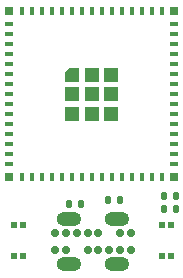
<source format=gbr>
%TF.GenerationSoftware,KiCad,Pcbnew,8.0.6*%
%TF.CreationDate,2024-10-29T18:21:17+01:00*%
%TF.ProjectId,openWifiDecoder,6f70656e-5769-4666-9944-65636f646572,rev?*%
%TF.SameCoordinates,Original*%
%TF.FileFunction,Soldermask,Top*%
%TF.FilePolarity,Negative*%
%FSLAX46Y46*%
G04 Gerber Fmt 4.6, Leading zero omitted, Abs format (unit mm)*
G04 Created by KiCad (PCBNEW 8.0.6) date 2024-10-29 18:21:17*
%MOMM*%
%LPD*%
G01*
G04 APERTURE LIST*
G04 Aperture macros list*
%AMRoundRect*
0 Rectangle with rounded corners*
0 $1 Rounding radius*
0 $2 $3 $4 $5 $6 $7 $8 $9 X,Y pos of 4 corners*
0 Add a 4 corners polygon primitive as box body*
4,1,4,$2,$3,$4,$5,$6,$7,$8,$9,$2,$3,0*
0 Add four circle primitives for the rounded corners*
1,1,$1+$1,$2,$3*
1,1,$1+$1,$4,$5*
1,1,$1+$1,$6,$7*
1,1,$1+$1,$8,$9*
0 Add four rect primitives between the rounded corners*
20,1,$1+$1,$2,$3,$4,$5,0*
20,1,$1+$1,$4,$5,$6,$7,0*
20,1,$1+$1,$6,$7,$8,$9,0*
20,1,$1+$1,$8,$9,$2,$3,0*%
%AMOutline5P*
0 Free polygon, 5 corners , with rotation*
0 The origin of the aperture is its center*
0 number of corners: always 5*
0 $1 to $10 corner X, Y*
0 $11 Rotation angle, in degrees counterclockwise*
0 create outline with 5 corners*
4,1,5,$1,$2,$3,$4,$5,$6,$7,$8,$9,$10,$1,$2,$11*%
%AMOutline6P*
0 Free polygon, 6 corners , with rotation*
0 The origin of the aperture is its center*
0 number of corners: always 6*
0 $1 to $12 corner X, Y*
0 $13 Rotation angle, in degrees counterclockwise*
0 create outline with 6 corners*
4,1,6,$1,$2,$3,$4,$5,$6,$7,$8,$9,$10,$11,$12,$1,$2,$13*%
%AMOutline7P*
0 Free polygon, 7 corners , with rotation*
0 The origin of the aperture is its center*
0 number of corners: always 7*
0 $1 to $14 corner X, Y*
0 $15 Rotation angle, in degrees counterclockwise*
0 create outline with 7 corners*
4,1,7,$1,$2,$3,$4,$5,$6,$7,$8,$9,$10,$11,$12,$13,$14,$1,$2,$15*%
%AMOutline8P*
0 Free polygon, 8 corners , with rotation*
0 The origin of the aperture is its center*
0 number of corners: always 8*
0 $1 to $16 corner X, Y*
0 $17 Rotation angle, in degrees counterclockwise*
0 create outline with 8 corners*
4,1,8,$1,$2,$3,$4,$5,$6,$7,$8,$9,$10,$11,$12,$13,$14,$15,$16,$1,$2,$17*%
G04 Aperture macros list end*
%ADD10O,2.100000X1.200000*%
%ADD11C,0.700000*%
%ADD12RoundRect,0.135000X0.135000X0.185000X-0.135000X0.185000X-0.135000X-0.185000X0.135000X-0.185000X0*%
%ADD13R,0.550000X0.550000*%
%ADD14R,0.800000X0.400000*%
%ADD15R,0.400000X0.800000*%
%ADD16Outline5P,-0.600000X0.204000X-0.204000X0.600000X0.600000X0.600000X0.600000X-0.600000X-0.600000X-0.600000X0.000000*%
%ADD17R,1.200000X1.200000*%
%ADD18R,0.800000X0.800000*%
G04 APERTURE END LIST*
D10*
%TO.C,USB1*%
X100500000Y-82350000D03*
X104500000Y-82350000D03*
X100500000Y-86210000D03*
X104500000Y-86210000D03*
D11*
X105750000Y-85000000D03*
X104800000Y-85000000D03*
X103850000Y-85000000D03*
X102950000Y-85000000D03*
X102050000Y-85000000D03*
X100200000Y-85000000D03*
X99250000Y-85000000D03*
X99250000Y-83560000D03*
X100200000Y-83560000D03*
X101150000Y-83560000D03*
X102050000Y-83560000D03*
X102950000Y-83560000D03*
X104800000Y-83560000D03*
X105750000Y-83560000D03*
%TD*%
D12*
%TO.C,R2*%
X109510000Y-80400000D03*
X108490000Y-80400000D03*
%TD*%
D13*
%TO.C,FLASH1*%
X95820000Y-85520000D03*
X96580000Y-85520000D03*
X95820000Y-82880000D03*
X96580000Y-82880000D03*
%TD*%
D12*
%TO.C,R3*%
X104810000Y-80800000D03*
X103790000Y-80800000D03*
%TD*%
%TO.C,R11*%
X101510000Y-81100000D03*
X100490000Y-81100000D03*
%TD*%
D13*
%TO.C,RESET1*%
X108340000Y-85520000D03*
X109100000Y-85520000D03*
X108340000Y-82880000D03*
X109100000Y-82880000D03*
%TD*%
D12*
%TO.C,R1*%
X109510000Y-81500000D03*
X108490000Y-81500000D03*
%TD*%
D14*
%TO.C,U3*%
X95400000Y-65850000D03*
X95400000Y-66700000D03*
X95400000Y-67550000D03*
X95400000Y-68400000D03*
X95400000Y-69250000D03*
X95400000Y-70100000D03*
X95400000Y-70950000D03*
X95400000Y-71800000D03*
X95400000Y-72650000D03*
X95400000Y-73500000D03*
X95400000Y-74350000D03*
X95400000Y-75200000D03*
X95400000Y-76050000D03*
X95400000Y-76900000D03*
X95400000Y-77750000D03*
D15*
X96450000Y-78800000D03*
X97300000Y-78800000D03*
X98150000Y-78800000D03*
X99000000Y-78800000D03*
X99850000Y-78800000D03*
X100700000Y-78800000D03*
X101550000Y-78800000D03*
X102400000Y-78800000D03*
X103250000Y-78800000D03*
X104100000Y-78800000D03*
X104950000Y-78800000D03*
X105800000Y-78800000D03*
X106650000Y-78800000D03*
X107500000Y-78800000D03*
X108350000Y-78800000D03*
D14*
X109400000Y-77750000D03*
X109400000Y-76900000D03*
X109400000Y-76050000D03*
X109400000Y-75200000D03*
X109400000Y-74350000D03*
X109400000Y-73500000D03*
X109400000Y-72650000D03*
X109400000Y-71800000D03*
X109400000Y-70950000D03*
X109400000Y-70100000D03*
X109400000Y-69250000D03*
X109400000Y-68400000D03*
X109400000Y-67550000D03*
X109400000Y-66700000D03*
X109400000Y-65850000D03*
D15*
X108350000Y-64800000D03*
X107500000Y-64800000D03*
X106650000Y-64800000D03*
X105800000Y-64800000D03*
X104950000Y-64800000D03*
X104100000Y-64800000D03*
X103250000Y-64800000D03*
X102400000Y-64800000D03*
X101550000Y-64800000D03*
X100700000Y-64800000D03*
X99850000Y-64800000D03*
X99000000Y-64800000D03*
X98150000Y-64800000D03*
X97300000Y-64800000D03*
X96450000Y-64800000D03*
D16*
X100750000Y-70150000D03*
D17*
X100750000Y-71800000D03*
X100750000Y-73450000D03*
X102400000Y-70150000D03*
X102400000Y-71800000D03*
X102400000Y-73450000D03*
X104050000Y-70150000D03*
X104050000Y-71800000D03*
X104050000Y-73450000D03*
D18*
X95400000Y-64800000D03*
X95400000Y-78800000D03*
X109400000Y-78800000D03*
X109400000Y-64800000D03*
%TD*%
M02*

</source>
